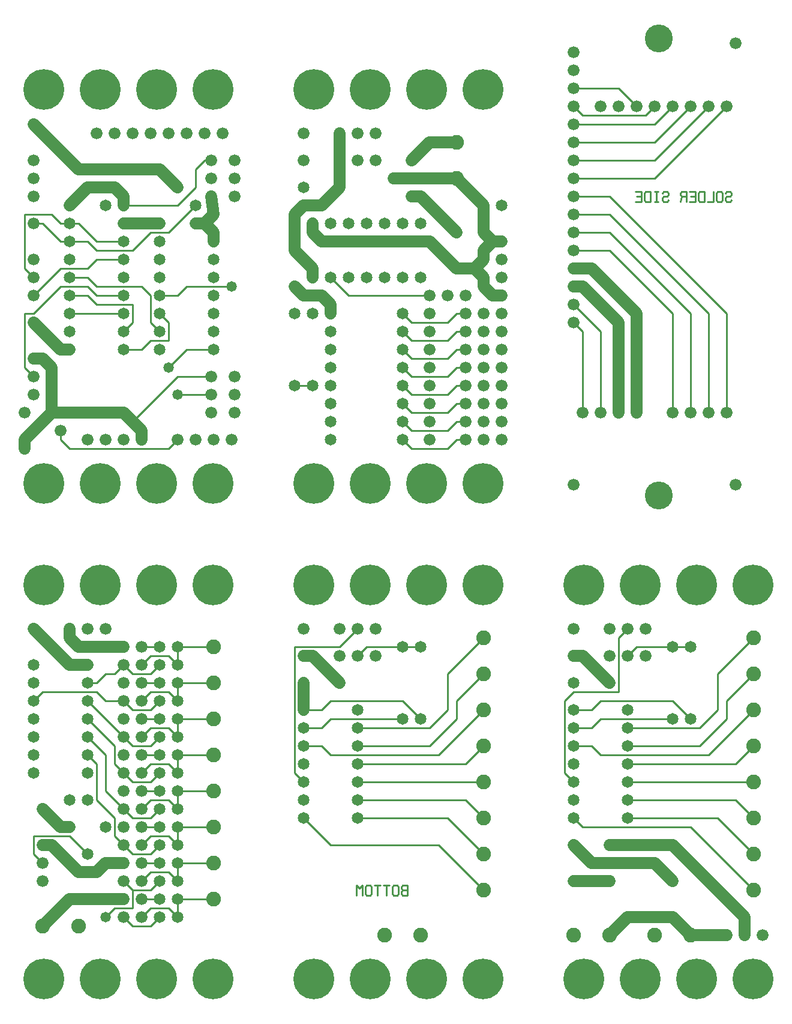
<source format=gbl>
%MOIN*%
%FSLAX25Y25*%
G04 D10 used for Character Trace; *
G04     Circle (OD=.01000) (No hole)*
G04 D11 used for Power Trace; *
G04     Circle (OD=.06700) (No hole)*
G04 D12 used for Signal Trace; *
G04     Circle (OD=.01100) (No hole)*
G04 D13 used for Via; *
G04     Circle (OD=.05800) (Round. Hole ID=.02800)*
G04 D14 used for Component hole; *
G04     Circle (OD=.06500) (Round. Hole ID=.03500)*
G04 D15 used for Component hole; *
G04     Circle (OD=.06600) (Round. Hole ID=.04200)*
G04 D16 used for Component hole; *
G04     Circle (OD=.08200) (Round. Hole ID=.05200)*
G04 D17 used for Component hole; *
G04     Circle (OD=.08900) (Round. Hole ID=.05900)*
G04 D18 used for Component hole; *
G04     Circle (OD=.11600) (Round. Hole ID=.08600)*
G04 D19 used for Component hole; *
G04     Circle (OD=.15500) (Round. Hole ID=.12500)*
G04 D20 used for Component hole; *
G04     Circle (OD=.18200) (Round. Hole ID=.15200)*
G04 D21 used for Component hole; *
G04     Circle (OD=.22600) (Round. Hole ID=.19600)*
%ADD10C,.01000*%
%ADD11C,.06700*%
%ADD12C,.01100*%
%ADD13C,.05800*%
%ADD14C,.06500*%
%ADD15C,.06600*%
%ADD16C,.08200*%
%ADD17C,.08900*%
%ADD18C,.11600*%
%ADD19C,.15500*%
%ADD20C,.18200*%
%ADD21C,.22600*%
%IPPOS*%
%LPD*%
G90*X0Y0D02*D21*X15625Y15625D03*D16*              
X35000Y45000D03*X15000D03*D11*X30000Y60000D01*    
X60000D01*D15*D03*D12*X55000Y55000D02*X65000D01*  
X50000Y50000D02*X55000Y55000D01*D13*              
X50000Y50000D03*D15*X60000D03*D12*X65000Y45000D01*
X75000D01*X80000Y50000D01*D14*D03*D12*X90000D02*  
X85000Y55000D01*D14*X90000Y50000D03*D12*Y60000D01*
D14*D03*D12*X110000D01*D16*D03*D14*               
X90000Y80000D03*D12*Y70000D01*D14*D03*D12*        
X85000Y75000D01*X75000D01*X70000Y70000D01*D15*D03*
D12*X65000Y65000D02*X75000D01*X65000Y55000D02*    
Y65000D01*D15*X70000Y50000D03*D12*X75000Y55000D01*
X85000D01*D14*X80000Y60000D03*D12*X70000D01*D15*  
D03*D12*X75000Y65000D02*X80000Y70000D01*D14*D03*  
D12*X90000Y80000D02*X110000D01*D16*D03*D14*       
X90000Y100000D03*D12*Y90000D01*D14*D03*D12*       
X85000Y95000D01*X75000D01*X70000Y90000D01*D15*D03*
D12*X65000Y85000D02*X75000D01*X65000D02*          
X60000Y90000D01*D15*D03*D12*X55000Y95000D01*      
Y105000D01*X45000Y115000D01*Y135000D01*           
X40000Y140000D01*D14*D03*D12*X50000Y120000D02*    
Y140000D01*X60000Y110000D02*X50000Y120000D01*D15* 
X60000Y110000D03*D12*X65000Y105000D01*X75000D01*  
X80000Y110000D01*D14*D03*D12*X90000D02*           
X85000Y115000D01*D14*X90000Y110000D03*D12*        
Y120000D01*D14*D03*D12*X110000D01*D16*D03*D14*    
X90000Y140000D03*D12*Y130000D01*D14*D03*D12*      
X85000Y135000D01*X75000D01*X70000Y130000D01*D15*  
D03*D12*X65000Y125000D02*X75000D01*X65000D02*     
X60000Y130000D01*D15*D03*D12*X55000Y135000D01*    
Y145000D01*X40000Y160000D01*D14*D03*D12*          
X50000Y170000D02*X60000D01*D15*D03*D12*           
X65000Y165000D01*X75000D01*X80000Y170000D01*D14*  
D03*D12*X90000D02*X85000Y175000D01*D14*           
X90000Y170000D03*D12*Y180000D01*D14*D03*D12*      
X110000D01*D16*D03*D14*X90000Y200000D03*D12*      
Y190000D01*D14*D03*D12*X85000Y195000D01*X75000D01*
X70000Y190000D01*D15*D03*D12*X65000Y185000D02*    
X75000D01*X65000D02*X60000Y190000D01*D15*D03*D12* 
X55000Y185000D01*X50000D01*X45000Y180000D01*      
X40000D01*D14*D03*D12*X50000Y170000D02*           
X45000Y175000D01*X15000D01*X10000Y170000D01*D14*  
D03*Y180000D03*Y160000D03*D11*X30000Y190000D02*   
X40000D01*D14*D03*D11*X30000D02*X10000Y210000D01* 
D15*D03*D11*X35000Y200000D02*X30000Y205000D01*    
X35000Y200000D02*X60000D01*D15*D03*               
X50000Y210000D03*X70000Y200000D03*D12*X80000D01*  
D14*D03*D12*X90000D02*X110000D01*D16*D03*D12*     
X75000Y175000D02*X85000D01*X70000Y170000D02*      
X75000Y175000D01*D15*X70000Y170000D03*D14*        
X80000Y160000D03*D12*X70000D01*D15*D03*D12*       
Y150000D02*X75000Y155000D01*D15*X70000Y150000D03* 
D12*X65000Y145000D02*X75000D01*X65000D02*         
X60000Y150000D01*D15*D03*D12*X40000Y170000D01*D14*
D03*D15*X60000Y160000D03*D14*X40000Y150000D03*D12*
X50000Y140000D01*D14*X40000Y130000D03*D15*        
X60000Y140000D03*X70000Y120000D03*D12*X80000D01*  
D14*D03*D12*X75000Y115000D02*X85000D01*           
X70000Y110000D02*X75000Y115000D01*D15*            
X70000Y110000D03*D14*X80000Y100000D03*D12*        
X70000D01*D15*D03*D14*X80000Y90000D03*D12*        
X75000Y85000D01*D14*X80000Y80000D03*D12*X70000D01*
D15*D03*X60000Y70000D03*D12*X65000Y65000D01*D11*  
X45000Y75000D02*X50000Y80000D01*X40000Y75000D02*  
X45000D01*D14*X40000D03*D11*X35000D01*            
X20000Y90000D01*X15000D01*D15*D03*D12*            
X10000Y85000D02*Y95000D01*X15000Y80000D02*        
X10000Y85000D01*D15*X15000Y80000D03*Y70000D03*D12*
X40000Y85000D02*X30000Y95000D01*D14*              
X40000Y85000D03*D12*X10000Y95000D02*X30000D01*D15*
X15000Y110000D03*D11*X25000Y100000D01*X30000D01*  
D14*D03*X40000Y115000D03*X30000D03*D11*           
X50000Y80000D02*X60000D01*D15*D03*Y100000D03*D14* 
X50000D03*D12*X90000D02*X110000D01*D16*D03*D14*   
X80000Y130000D03*D12*X75000Y125000D01*            
X90000Y140000D02*X110000D01*D16*D03*D14*          
X90000Y160000D03*D12*Y150000D01*D14*D03*D12*      
X85000Y155000D01*X75000D01*D14*X80000Y150000D03*  
D12*X75000Y145000D01*D14*X80000Y140000D03*D12*    
X70000D01*D15*D03*D12*X90000Y160000D02*X110000D01*
D16*D03*D14*X80000Y190000D03*D12*X75000Y185000D01*
D14*X80000Y180000D03*D12*X70000D01*D15*D03*       
X60000D03*X40000Y210000D03*X30000D03*D11*         
Y205000D01*D14*X10000Y190000D03*D21*              
X46875Y234375D03*X15625D03*X78125D03*D14*         
X10000Y150000D03*Y140000D03*Y130000D03*D21*       
X109375Y234375D03*D15*X60000Y120000D03*D21*       
X46875Y15625D03*X78125D03*X109375D03*G90*X0Y0D02* 
D12*X160000Y125000D02*X155000Y130000D01*D14*      
X160000Y125000D03*D12*X155000Y130000D02*          
Y200000D01*X180000D01*X190000Y210000D01*D15*D03*  
X200000D03*X180000D03*D12*X190000Y195000D02*      
X195000Y200000D01*D15*X190000Y195000D03*D12*      
X195000Y200000D02*X215000D01*D14*D03*D12*         
X225000D01*D14*D03*D12*X240000Y165000D02*         
Y185000D01*X230000Y155000D02*X240000Y165000D01*   
X190000Y155000D02*X230000D01*D14*X190000D03*      
Y165000D03*Y145000D03*D12*X230000D01*             
X245000Y160000D01*Y170000D01*X260000Y185000D01*   
D16*D03*Y205000D03*D12*X240000Y185000D01*D16*     
X260000Y165000D03*D12*X235000Y140000D01*          
X175000D01*X170000Y145000D01*X160000D01*D14*D03*  
D12*Y155000D02*X170000D01*D14*X160000D03*D12*     
Y165000D02*X170000D01*D14*X160000D03*D11*         
Y180000D01*D14*D03*D12*X170000Y165000D02*         
X175000Y170000D01*X170000Y155000D02*              
X175000Y160000D01*X215000D01*D14*D03*X225000D03*  
D12*X215000Y170000D01*X175000D01*D14*             
X180000Y180000D03*D11*X165000Y195000D01*          
X160000D01*D15*D03*Y210000D03*X180000Y195000D03*  
D21*X196875Y234375D03*X165625D03*D15*             
X200000Y195000D03*D14*X160000Y135000D03*          
X190000D03*D12*X250000D01*X260000Y145000D01*D16*  
D03*Y125000D03*D12*X190000D01*D14*D03*Y115000D03* 
D12*X250000D01*X260000Y105000D01*D16*D03*D12*     
Y85000D02*X240000Y105000D01*D16*X260000Y85000D03* 
D12*X190000Y105000D02*X240000D01*D14*X190000D03*  
D12*X175000Y90000D02*X235000D01*X260000Y65000D01* 
D16*D03*X225000Y40000D03*D21*X228125Y15625D03*    
X259375D03*D16*X205000Y40000D03*D21*              
X196875Y15625D03*D10*X217511Y62129D02*Y67871D01*  
X215000D01*X214163Y66914D01*Y65957D01*            
X215000Y65000D01*X214163Y64043D01*Y63086D01*      
X215000Y62129D01*X217511D01*Y65000D02*X215000D01* 
X209163Y63086D02*X210000Y62129D01*X211674D01*     
X212511Y63086D01*Y66914D01*X211674Y67871D01*      
X210000D01*X209163Y66914D01*Y63086D01*            
X205837Y62129D02*Y67871D01*X207511D02*X204163D01* 
X200837Y62129D02*Y67871D01*X202511D02*X199163D01* 
X194163Y63086D02*X195000Y62129D01*X196674D01*     
X197511Y63086D01*Y66914D01*X196674Y67871D01*      
X195000D01*X194163Y66914D01*Y63086D01*            
X192511Y62129D02*Y67871D01*X190837Y65957D01*      
X189163Y67871D01*Y62129D01*D12*X175000Y90000D02*  
X160000Y105000D01*D14*D03*Y115000D03*D21*         
X165625Y15625D03*X259375Y234375D03*X228125D03*G90*
X0Y0D02*D12*X310000Y125000D02*X305000Y130000D01*  
D14*X310000Y125000D03*D12*X305000Y130000D02*      
Y170000D01*X310000Y175000D01*X335000D01*          
Y205000D01*X340000Y210000D01*D15*D03*X350000D03*  
X330000D03*D12*X340000Y195000D02*                 
X345000Y200000D01*D15*X340000Y195000D03*D12*      
X345000Y200000D02*X365000D01*D14*D03*D12*         
X375000D01*D14*D03*D12*X390000Y165000D02*         
Y185000D01*X380000Y155000D02*X390000Y165000D01*   
X340000Y155000D02*X380000D01*D14*X340000D03*      
Y165000D03*Y145000D03*D12*X380000D01*             
X395000Y160000D01*Y170000D01*X410000Y185000D01*   
D16*D03*Y205000D03*D12*X390000Y185000D01*D16*     
X410000Y165000D03*D12*X385000Y140000D01*          
X325000D01*X320000Y145000D01*X310000D01*D14*D03*  
D12*Y155000D02*X320000D01*D14*X310000D03*D12*     
Y165000D02*X320000D01*D14*X310000D03*D12*         
X320000Y155000D02*X325000Y160000D01*X365000D01*   
D14*D03*X375000D03*D12*X365000Y170000D01*         
X325000D01*X320000Y165000D01*D14*                 
X330000Y180000D03*D11*X315000Y195000D01*          
X310000D01*D15*D03*Y210000D03*D14*Y180000D03*D15* 
X330000Y195000D03*D21*X346875Y234375D03*          
X315625D03*D15*X350000Y195000D03*D14*             
X310000Y135000D03*X340000D03*D12*X400000D01*      
X410000Y145000D01*D16*D03*Y125000D03*D12*         
X340000D01*D14*D03*Y115000D03*D12*X400000D01*     
X410000Y105000D01*D16*D03*D12*Y85000D02*          
X390000Y105000D01*D16*X410000Y85000D03*D12*       
X340000Y105000D02*X390000D01*D14*X340000D03*D15*  
X330000Y90000D03*D11*X365000D01*D15*D03*D11*      
X405000Y50000D01*Y40000D01*D15*D03*X415000D03*    
X395000D03*D11*X375000D01*D16*D03*D11*            
X365000Y50000D01*X340000D01*X330000Y40000D01*D16* 
D03*X310000D03*D21*X315625Y15625D03*D16*          
X355000Y40000D03*D21*X346875Y15625D03*D15*        
X330000Y70000D03*D11*X310000D01*D14*D03*D11*      
X320000Y80000D02*X340000D01*D15*D03*D11*          
X355000D01*X365000Y70000D01*D15*D03*D12*          
X410000Y65000D02*X375000Y100000D01*D16*           
X410000Y65000D03*D12*X315000Y100000D02*X375000D01*
X315000D02*X310000Y105000D01*D14*D03*Y115000D03*  
Y90000D03*D11*X320000Y80000D01*D21*               
X378125Y15625D03*X409375D03*Y234375D03*X378125D03*
G90*X0Y0D02*X109375Y290625D03*X78125D03*X46875D03*
X15625D03*D12*X30000Y310000D02*X85000D01*         
X30000D02*X25000Y315000D01*Y320000D01*D15*D03*D11*
X5000Y315000D02*X20000Y330000D01*X5000Y310000D02* 
Y315000D01*D15*Y310000D03*D11*X20000Y330000D02*   
X60000D01*X65000Y325000D01*X70000Y320000D01*      
Y315000D01*D15*D03*X60000D03*D12*X65000Y325000D02*
X90000Y350000D01*X108500D01*D15*D03*              
X121500Y340000D03*Y350000D03*X108500Y340000D03*   
D12*X90000D01*D13*D03*X85000Y355000D03*D12*       
X95000Y365000D01*X110000D01*D14*D03*Y375000D03*   
Y385000D03*D12*X85000Y370000D02*Y380000D01*       
X75000Y370000D02*X85000D01*X70000Y365000D02*      
X75000Y370000D01*X60000Y365000D02*X70000D01*D14*  
X60000D03*Y375000D03*D12*X65000Y380000D01*        
Y390000D01*X45000D01*X40000Y395000D01*X30000D01*  
D14*D03*D12*X10000Y385000D02*X25000Y400000D01*    
X5000Y385000D02*X10000D01*X5000Y355000D02*        
Y385000D01*X10000Y350000D02*X5000Y355000D01*D15*  
X10000Y350000D03*D11*X20000Y355000D02*            
X15000Y360000D01*X20000Y330000D02*Y355000D01*D15* 
X10000Y340000D03*X5000Y330000D03*X40000Y315000D03*
X50000D03*D11*X10000Y360000D02*X15000D01*D15*     
X10000D03*D11*X25000Y365000D02*X30000D01*D14*D03* 
D11*X25000D02*X10000Y380000D01*D15*D03*Y395000D03*
D12*X25000Y410000D01*X40000D01*X45000Y415000D01*  
X60000D01*D14*D03*D12*X45000Y420000D02*X65000D01* 
X45000D02*X40000Y425000D01*X30000D01*D14*D03*D12* 
X25000D01*X15000Y435000D01*X10000D01*D15*D03*D12* 
X5000Y410000D02*Y440000D01*X10000Y405000D02*      
X5000Y410000D01*D15*X10000Y405000D03*Y415000D03*  
D12*X25000Y400000D02*X40000D01*X45000Y395000D01*  
X60000D01*D14*D03*Y405000D03*Y385000D03*D12*      
X30000D01*D14*D03*Y375000D03*D12*X45000Y400000D02*
X70000D01*X75000Y395000D01*Y380000D01*            
X80000Y375000D01*D14*D03*D12*X85000Y380000D02*    
X80000Y385000D01*D14*D03*D12*Y395000D02*X90000D01*
D14*X80000D03*D12*X90000D02*X95000Y400000D01*     
X120000D01*D13*D03*D14*X110000Y405000D03*         
Y395000D03*Y415000D03*Y425000D03*D11*Y430000D01*  
X105000Y435000D01*X100000D01*D14*D03*D11*         
X105000D02*X110000Y440000D01*X108500Y450000D01*   
D15*D03*X121500Y460000D03*D12*X90000Y445000D02*   
X100000Y455000D01*X60000Y445000D02*X90000D01*D14* 
X60000D03*D11*Y450000D01*X55000Y455000D01*        
X40000D01*X30000Y445000D01*D14*D03*D12*           
X25000Y435000D02*X30000D01*D14*D03*D12*X35000D01* 
X45000Y425000D01*X60000D01*D14*D03*D12*           
X65000Y420000D02*X75000Y430000D01*X85000D01*      
X100000Y445000D01*D14*D03*D13*X90000Y455000D03*   
D11*X80000Y465000D01*X35000D01*X10000Y490000D01*  
D15*D03*D21*X15625Y509375D03*D15*X10000Y470000D03*
Y460000D03*X45000Y485000D03*D21*X46875Y509375D03* 
D15*X10000Y450000D03*X55000Y485000D03*D14*        
X50000Y445000D03*D12*X5000Y440000D02*X20000D01*   
X25000Y435000D01*D14*X30000Y415000D03*Y405000D03* 
D12*X40000D01*X45000Y400000D01*D14*               
X80000Y365000D03*Y435000D03*D11*X60000D01*D14*D03*
X80000Y415000D03*Y425000D03*Y405000D03*D12*       
X100000Y455000D02*Y465000D01*X105000Y470000D01*   
X108500D01*D15*D03*X121500D03*X108500Y460000D03*  
X95000Y485000D03*X115000D03*X105000D03*           
X121500Y450000D03*X85000Y485000D03*X75000D03*D21* 
X109375Y509375D03*X78125D03*D15*X65000Y485000D03* 
X108500Y330000D03*X121500D03*X90000Y315000D03*D12*
X85000Y310000D01*D15*X100000Y315000D03*X110000D03*
X120000D03*G90*X0Y0D02*D21*X259375Y290625D03*     
X228125D03*X196875D03*X165625D03*D12*             
X220000Y310000D02*X240000D01*X220000D02*          
X215000Y315000D01*D14*D03*D12*X220000Y320000D02*  
X240000D01*X245000Y325000D01*X250000D01*D15*D03*  
X260000Y315000D03*Y335000D03*D12*                 
X220000Y330000D02*X240000D01*X220000D02*          
X215000Y335000D01*D14*D03*D12*X220000Y340000D02*  
X240000D01*X245000Y345000D01*X250000D01*D15*D03*  
X260000Y355000D03*D12*X220000Y350000D02*          
X240000D01*X220000D02*X215000Y355000D01*D14*D03*  
D12*X220000Y360000D02*X240000D01*                 
X245000Y365000D01*X250000D01*D15*D03*             
X260000Y375000D03*D12*X220000Y370000D02*          
X240000D01*X220000D02*X215000Y375000D01*D14*D03*  
D12*X220000Y380000D02*X240000D01*                 
X245000Y385000D01*X250000D01*D15*D03*             
X240000Y395000D03*D12*Y370000D02*                 
X245000Y375000D01*X250000D01*D15*D03*             
X260000Y365000D03*Y385000D03*X270000Y355000D03*   
Y395000D03*D11*X265000D01*X260000Y400000D01*      
Y405000D01*X255000Y410000D01*X245000D01*D14*D03*  
D11*X230000Y425000D01*X170000D01*                 
X165000Y430000D01*Y435000D01*D14*D03*D11*         
X160000Y445000D02*X170000D01*X155000Y440000D02*   
X160000Y445000D01*X155000Y420000D02*Y440000D01*   
X165000Y410000D02*X155000Y420000D01*              
X165000Y405000D02*Y410000D01*D14*Y405000D03*D11*  
X160000Y395000D02*X170000D01*X175000Y390000D01*   
Y385000D01*D14*D03*D12*X185000Y395000D02*         
X230000D01*D15*D03*Y385000D03*D14*                
X225000Y405000D03*X215000D03*D12*                 
X220000Y380000D02*X215000Y385000D01*D14*D03*D15*  
X230000Y375000D03*D14*X195000Y405000D03*          
X215000Y365000D03*D12*X220000Y360000D01*D15*      
X230000Y355000D03*Y365000D03*D14*                 
X215000Y345000D03*D12*X220000Y340000D01*D15*      
X230000Y335000D03*Y345000D03*D14*                 
X215000Y325000D03*D12*X220000Y320000D01*D15*      
X230000Y315000D03*Y325000D03*D12*                 
X240000Y310000D02*X245000Y315000D01*X250000D01*   
D15*D03*X260000Y325000D03*D12*X240000Y330000D02*  
X245000Y335000D01*X250000D01*D15*D03*             
X260000Y345000D03*D12*X240000Y350000D02*          
X245000Y355000D01*X250000D01*D15*D03*             
X270000Y335000D03*Y375000D03*Y345000D03*          
Y365000D03*Y385000D03*Y325000D03*                 
X250000Y395000D03*X270000Y315000D03*Y405000D03*   
D14*X205000D03*D11*X255000Y410000D02*             
X260000Y415000D01*Y420000D01*X265000Y425000D01*   
X270000D01*D14*D03*D11*X265000D02*                
X260000Y430000D01*Y445000D01*X245000Y460000D01*   
D16*D03*D11*X210000D01*D15*D03*X220000Y450000D03* 
D11*X225000D01*X245000Y430000D01*D14*D03*         
X225000Y435000D03*D15*X270000Y415000D03*D14*      
Y445000D03*X215000Y435000D03*X205000D03*D15*      
X220000Y470000D03*D11*X230000Y480000D01*          
X245000D01*D16*D03*D21*X259375Y509375D03*         
X228125D03*D15*X200000Y485000D03*Y470000D03*D21*  
X196875Y509375D03*D14*X195000Y435000D03*D15*      
X190000Y485000D03*Y470000D03*D14*                 
X185000Y435000D03*D15*X180000Y485000D03*D11*      
Y470000D01*D15*D03*D11*Y455000D01*D14*D03*D11*    
X170000Y445000D01*D14*X160000Y455000D03*          
X175000Y435000D03*D15*X160000Y470000D03*D14*      
X175000Y405000D03*D12*X185000Y395000D01*D14*      
Y405000D03*X175000Y375000D03*X165000Y385000D03*   
D11*X160000Y395000D02*X155000Y400000D01*D13*D03*  
D14*Y385000D03*X175000Y365000D03*Y355000D03*      
X155000Y345000D03*D12*X165000D01*D14*D03*         
X175000Y335000D03*Y345000D03*Y325000D03*          
Y315000D03*D15*X160000Y485000D03*D21*             
X165625Y509375D03*G90*X0Y0D02*D15*                
X310000Y290000D03*X325000Y330000D03*D12*          
Y375000D01*X310000Y390000D01*D15*D03*D11*         
X335000Y380000D02*X315000Y400000D01*              
X335000Y330000D02*Y380000D01*D15*Y330000D03*      
X345000D03*D11*Y385000D01*X320000Y410000D01*      
X310000D01*D15*D03*Y420000D03*D12*X330000D01*     
X365000Y385000D01*Y330000D01*D15*D03*X375000D03*  
D12*Y385000D01*X330000Y430000D01*X310000D01*D15*  
D03*Y440000D03*D12*X330000D01*X385000Y385000D01*  
Y330000D01*D15*D03*X395000D03*D12*Y385000D01*     
X330000Y450000D01*X310000D01*D15*D03*Y460000D03*  
D12*X355000D01*X395000Y500000D01*D15*D03*         
X385000D03*D12*X355000Y470000D01*X310000D01*D15*  
D03*Y480000D03*D12*X355000D01*X375000Y500000D01*  
D15*D03*X365000D03*D12*X355000Y490000D01*         
X310000D01*D15*D03*D12*X315000Y495000D02*         
X350000D01*X355000Y500000D01*D15*D03*X345000D03*  
D12*X335000Y510000D01*X310000D01*D15*D03*         
Y520000D03*Y500000D03*D12*X315000Y495000D01*D15*  
X325000Y500000D03*X335000D03*X310000Y530000D03*   
D19*X357300Y537900D03*D10*X394163Y451914D02*      
X395000Y452871D01*X396674D01*X397511Y451914D01*   
Y450957D01*X396674Y450000D01*X395000D01*          
X394163Y449043D01*Y448086D01*X395000Y447129D01*   
X396674D01*X397511Y448086D01*X389163D02*          
X390000Y447129D01*X391674D01*X392511Y448086D01*   
Y451914D01*X391674Y452871D01*X390000D01*          
X389163Y451914D01*Y448086D01*X387511Y452871D02*   
Y447129D01*X384163D01*X382511D02*Y452871D01*      
X380000D01*X379163Y451914D01*Y448086D01*          
X380000Y447129D01*X382511D01*X374163D02*          
X377511D01*Y452871D01*X374163D01*                 
X377511Y450000D02*X375000D01*X372511Y447129D02*   
Y452871D01*X370000D01*X369163Y451914D01*          
Y450957D01*X370000Y450000D01*X372511D01*          
X370000D02*X369163Y447129D01*X359163Y451914D02*   
X360000Y452871D01*X361674D01*X362511Y451914D01*   
Y450957D01*X361674Y450000D01*X360000D01*          
X359163Y449043D01*Y448086D01*X360000Y447129D01*   
X361674D01*X362511Y448086D01*X355837Y447129D02*   
Y452871D01*X356674Y447129D02*X355000D01*          
X356674Y452871D02*X355000D01*X352511Y447129D02*   
Y452871D01*X350000D01*X349163Y451914D01*          
Y448086D01*X350000Y447129D01*X352511D01*          
X344163D02*X347511D01*Y452871D01*X344163D01*      
X347511Y450000D02*X345000D01*D15*                 
X400000Y535000D03*X310000Y400000D03*D11*          
X315000D01*D15*X310000Y380000D03*D12*             
X315000Y375000D01*Y330000D01*D15*D03*D19*         
X357300Y284100D03*D15*X400000Y290000D03*M02*      

</source>
